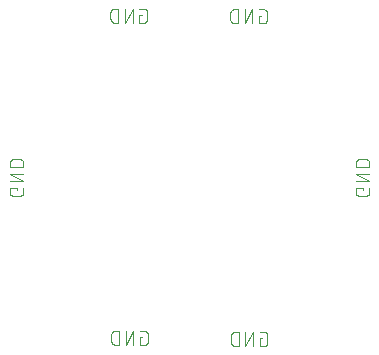
<source format=gbr>
G04 EAGLE Gerber X2 export*
%TF.Part,Single*%
%TF.FileFunction,Legend,Bot,1*%
%TF.FilePolarity,Positive*%
%TF.GenerationSoftware,Autodesk,EAGLE,8.7.1*%
%TF.CreationDate,2018-07-15T20:23:54Z*%
G75*
%MOMM*%
%FSLAX34Y34*%
%LPD*%
%AMOC8*
5,1,8,0,0,1.08239X$1,22.5*%
G01*
%ADD10C,0.101600*%


D10*
X407088Y483217D02*
X405140Y483217D01*
X405140Y476726D01*
X409035Y476726D01*
X409134Y476728D01*
X409234Y476734D01*
X409333Y476743D01*
X409431Y476756D01*
X409529Y476773D01*
X409627Y476794D01*
X409723Y476819D01*
X409818Y476847D01*
X409912Y476879D01*
X410005Y476914D01*
X410097Y476953D01*
X410187Y476996D01*
X410275Y477041D01*
X410362Y477091D01*
X410446Y477143D01*
X410529Y477199D01*
X410609Y477257D01*
X410687Y477319D01*
X410762Y477384D01*
X410835Y477452D01*
X410905Y477522D01*
X410973Y477595D01*
X411038Y477670D01*
X411100Y477748D01*
X411158Y477828D01*
X411214Y477911D01*
X411266Y477995D01*
X411316Y478082D01*
X411361Y478170D01*
X411404Y478260D01*
X411443Y478352D01*
X411478Y478445D01*
X411510Y478539D01*
X411538Y478634D01*
X411563Y478730D01*
X411584Y478828D01*
X411601Y478926D01*
X411614Y479024D01*
X411623Y479123D01*
X411629Y479223D01*
X411631Y479322D01*
X411632Y479322D02*
X411632Y485814D01*
X411631Y485814D02*
X411629Y485913D01*
X411623Y486013D01*
X411614Y486112D01*
X411601Y486210D01*
X411584Y486308D01*
X411563Y486406D01*
X411538Y486502D01*
X411510Y486597D01*
X411478Y486691D01*
X411443Y486784D01*
X411404Y486876D01*
X411361Y486966D01*
X411316Y487054D01*
X411266Y487141D01*
X411214Y487225D01*
X411158Y487308D01*
X411100Y487388D01*
X411038Y487466D01*
X410973Y487541D01*
X410905Y487614D01*
X410835Y487684D01*
X410762Y487752D01*
X410687Y487817D01*
X410609Y487879D01*
X410529Y487937D01*
X410446Y487993D01*
X410362Y488045D01*
X410275Y488095D01*
X410187Y488140D01*
X410097Y488183D01*
X410005Y488222D01*
X409912Y488257D01*
X409818Y488289D01*
X409723Y488317D01*
X409627Y488342D01*
X409529Y488363D01*
X409431Y488380D01*
X409333Y488393D01*
X409234Y488402D01*
X409134Y488408D01*
X409035Y488410D01*
X405140Y488410D01*
X399440Y488410D02*
X399440Y476726D01*
X392948Y476726D02*
X399440Y488410D01*
X392948Y488410D02*
X392948Y476726D01*
X387248Y476726D02*
X387248Y488410D01*
X384002Y488410D01*
X383889Y488408D01*
X383776Y488402D01*
X383663Y488392D01*
X383550Y488378D01*
X383438Y488361D01*
X383327Y488339D01*
X383217Y488314D01*
X383107Y488284D01*
X382999Y488251D01*
X382892Y488214D01*
X382786Y488174D01*
X382682Y488129D01*
X382579Y488081D01*
X382478Y488030D01*
X382379Y487975D01*
X382282Y487917D01*
X382187Y487855D01*
X382094Y487790D01*
X382004Y487722D01*
X381916Y487651D01*
X381830Y487576D01*
X381747Y487499D01*
X381667Y487419D01*
X381590Y487336D01*
X381515Y487250D01*
X381444Y487162D01*
X381376Y487072D01*
X381311Y486979D01*
X381249Y486884D01*
X381191Y486787D01*
X381136Y486688D01*
X381085Y486587D01*
X381037Y486484D01*
X380992Y486380D01*
X380952Y486274D01*
X380915Y486167D01*
X380882Y486059D01*
X380852Y485949D01*
X380827Y485839D01*
X380805Y485728D01*
X380788Y485616D01*
X380774Y485503D01*
X380764Y485390D01*
X380758Y485277D01*
X380756Y485164D01*
X380756Y479972D01*
X380758Y479859D01*
X380764Y479746D01*
X380774Y479633D01*
X380788Y479520D01*
X380805Y479408D01*
X380827Y479297D01*
X380852Y479187D01*
X380882Y479077D01*
X380915Y478969D01*
X380952Y478862D01*
X380992Y478756D01*
X381037Y478652D01*
X381085Y478549D01*
X381136Y478448D01*
X381191Y478349D01*
X381249Y478252D01*
X381311Y478157D01*
X381376Y478064D01*
X381444Y477974D01*
X381515Y477886D01*
X381590Y477800D01*
X381667Y477717D01*
X381747Y477637D01*
X381830Y477560D01*
X381916Y477485D01*
X382004Y477414D01*
X382094Y477346D01*
X382187Y477281D01*
X382282Y477219D01*
X382379Y477161D01*
X382478Y477106D01*
X382579Y477055D01*
X382682Y477007D01*
X382786Y476962D01*
X382892Y476922D01*
X382999Y476885D01*
X383107Y476852D01*
X383217Y476822D01*
X383327Y476797D01*
X383438Y476775D01*
X383550Y476758D01*
X383663Y476744D01*
X383776Y476734D01*
X383889Y476728D01*
X384002Y476726D01*
X387248Y476726D01*
X493319Y337254D02*
X493319Y335306D01*
X493319Y337254D02*
X486828Y337254D01*
X486828Y333359D01*
X486830Y333260D01*
X486836Y333160D01*
X486845Y333061D01*
X486858Y332963D01*
X486875Y332865D01*
X486896Y332767D01*
X486921Y332671D01*
X486949Y332576D01*
X486981Y332482D01*
X487016Y332389D01*
X487055Y332297D01*
X487098Y332207D01*
X487143Y332119D01*
X487193Y332032D01*
X487245Y331948D01*
X487301Y331865D01*
X487359Y331785D01*
X487421Y331707D01*
X487486Y331632D01*
X487554Y331559D01*
X487624Y331489D01*
X487697Y331421D01*
X487772Y331356D01*
X487850Y331294D01*
X487930Y331236D01*
X488013Y331180D01*
X488097Y331128D01*
X488184Y331078D01*
X488272Y331033D01*
X488362Y330990D01*
X488454Y330951D01*
X488547Y330916D01*
X488641Y330884D01*
X488736Y330856D01*
X488832Y330831D01*
X488930Y330810D01*
X489028Y330793D01*
X489126Y330780D01*
X489225Y330771D01*
X489325Y330765D01*
X489424Y330763D01*
X495916Y330763D01*
X496015Y330765D01*
X496115Y330771D01*
X496214Y330780D01*
X496312Y330793D01*
X496410Y330810D01*
X496508Y330831D01*
X496604Y330856D01*
X496699Y330884D01*
X496793Y330916D01*
X496886Y330951D01*
X496978Y330990D01*
X497068Y331033D01*
X497156Y331078D01*
X497243Y331128D01*
X497327Y331180D01*
X497410Y331236D01*
X497490Y331294D01*
X497568Y331356D01*
X497643Y331421D01*
X497716Y331489D01*
X497786Y331559D01*
X497854Y331632D01*
X497919Y331707D01*
X497981Y331785D01*
X498039Y331865D01*
X498095Y331948D01*
X498147Y332032D01*
X498197Y332119D01*
X498242Y332207D01*
X498285Y332297D01*
X498324Y332389D01*
X498359Y332481D01*
X498391Y332576D01*
X498419Y332671D01*
X498444Y332767D01*
X498465Y332865D01*
X498482Y332963D01*
X498495Y333061D01*
X498504Y333160D01*
X498510Y333260D01*
X498512Y333359D01*
X498512Y337254D01*
X498512Y342954D02*
X486828Y342954D01*
X486828Y349446D02*
X498512Y342954D01*
X498512Y349446D02*
X486828Y349446D01*
X486828Y355146D02*
X498512Y355146D01*
X498512Y358392D01*
X498510Y358505D01*
X498504Y358618D01*
X498494Y358731D01*
X498480Y358844D01*
X498463Y358956D01*
X498441Y359067D01*
X498416Y359177D01*
X498386Y359287D01*
X498353Y359395D01*
X498316Y359502D01*
X498276Y359608D01*
X498231Y359712D01*
X498183Y359815D01*
X498132Y359916D01*
X498077Y360015D01*
X498019Y360112D01*
X497957Y360207D01*
X497892Y360300D01*
X497824Y360390D01*
X497753Y360478D01*
X497678Y360564D01*
X497601Y360647D01*
X497521Y360727D01*
X497438Y360804D01*
X497352Y360879D01*
X497264Y360950D01*
X497174Y361018D01*
X497081Y361083D01*
X496986Y361145D01*
X496889Y361203D01*
X496790Y361258D01*
X496689Y361309D01*
X496586Y361357D01*
X496482Y361402D01*
X496376Y361442D01*
X496269Y361479D01*
X496161Y361512D01*
X496051Y361542D01*
X495941Y361567D01*
X495830Y361589D01*
X495718Y361606D01*
X495605Y361620D01*
X495492Y361630D01*
X495379Y361636D01*
X495266Y361638D01*
X490074Y361638D01*
X489961Y361636D01*
X489848Y361630D01*
X489735Y361620D01*
X489622Y361606D01*
X489510Y361589D01*
X489399Y361567D01*
X489289Y361542D01*
X489179Y361512D01*
X489071Y361479D01*
X488964Y361442D01*
X488858Y361402D01*
X488754Y361357D01*
X488651Y361309D01*
X488550Y361258D01*
X488451Y361203D01*
X488354Y361145D01*
X488259Y361083D01*
X488166Y361018D01*
X488076Y360950D01*
X487988Y360879D01*
X487902Y360804D01*
X487819Y360727D01*
X487739Y360647D01*
X487662Y360564D01*
X487587Y360478D01*
X487516Y360390D01*
X487448Y360300D01*
X487383Y360207D01*
X487321Y360112D01*
X487263Y360015D01*
X487208Y359916D01*
X487157Y359815D01*
X487109Y359712D01*
X487064Y359608D01*
X487024Y359502D01*
X486987Y359395D01*
X486954Y359287D01*
X486924Y359177D01*
X486899Y359067D01*
X486877Y358956D01*
X486860Y358844D01*
X486846Y358731D01*
X486836Y358618D01*
X486830Y358505D01*
X486828Y358392D01*
X486828Y355146D01*
X407596Y209973D02*
X405648Y209973D01*
X405648Y203482D01*
X409543Y203482D01*
X409642Y203484D01*
X409742Y203490D01*
X409841Y203499D01*
X409939Y203512D01*
X410037Y203529D01*
X410135Y203550D01*
X410231Y203575D01*
X410326Y203603D01*
X410420Y203635D01*
X410513Y203670D01*
X410605Y203709D01*
X410695Y203752D01*
X410783Y203797D01*
X410870Y203847D01*
X410954Y203899D01*
X411037Y203955D01*
X411117Y204013D01*
X411195Y204075D01*
X411270Y204140D01*
X411343Y204208D01*
X411413Y204278D01*
X411481Y204351D01*
X411546Y204426D01*
X411608Y204504D01*
X411666Y204584D01*
X411722Y204667D01*
X411774Y204751D01*
X411824Y204838D01*
X411869Y204926D01*
X411912Y205016D01*
X411951Y205108D01*
X411986Y205201D01*
X412018Y205295D01*
X412046Y205390D01*
X412071Y205486D01*
X412092Y205584D01*
X412109Y205682D01*
X412122Y205780D01*
X412131Y205879D01*
X412137Y205979D01*
X412139Y206078D01*
X412140Y206078D02*
X412140Y212570D01*
X412139Y212570D02*
X412137Y212669D01*
X412131Y212769D01*
X412122Y212868D01*
X412109Y212966D01*
X412092Y213064D01*
X412071Y213162D01*
X412046Y213258D01*
X412018Y213353D01*
X411986Y213447D01*
X411951Y213540D01*
X411912Y213632D01*
X411869Y213722D01*
X411824Y213810D01*
X411774Y213897D01*
X411722Y213981D01*
X411666Y214064D01*
X411608Y214144D01*
X411546Y214222D01*
X411481Y214297D01*
X411413Y214370D01*
X411343Y214440D01*
X411270Y214508D01*
X411195Y214573D01*
X411117Y214635D01*
X411037Y214693D01*
X410954Y214749D01*
X410870Y214801D01*
X410783Y214851D01*
X410695Y214896D01*
X410605Y214939D01*
X410513Y214978D01*
X410420Y215013D01*
X410326Y215045D01*
X410231Y215073D01*
X410135Y215098D01*
X410037Y215119D01*
X409939Y215136D01*
X409841Y215149D01*
X409742Y215158D01*
X409642Y215164D01*
X409543Y215166D01*
X405648Y215166D01*
X399948Y215166D02*
X399948Y203482D01*
X393456Y203482D02*
X399948Y215166D01*
X393456Y215166D02*
X393456Y203482D01*
X387756Y203482D02*
X387756Y215166D01*
X384510Y215166D01*
X384397Y215164D01*
X384284Y215158D01*
X384171Y215148D01*
X384058Y215134D01*
X383946Y215117D01*
X383835Y215095D01*
X383725Y215070D01*
X383615Y215040D01*
X383507Y215007D01*
X383400Y214970D01*
X383294Y214930D01*
X383190Y214885D01*
X383087Y214837D01*
X382986Y214786D01*
X382887Y214731D01*
X382790Y214673D01*
X382695Y214611D01*
X382602Y214546D01*
X382512Y214478D01*
X382424Y214407D01*
X382338Y214332D01*
X382255Y214255D01*
X382175Y214175D01*
X382098Y214092D01*
X382023Y214006D01*
X381952Y213918D01*
X381884Y213828D01*
X381819Y213735D01*
X381757Y213640D01*
X381699Y213543D01*
X381644Y213444D01*
X381593Y213343D01*
X381545Y213240D01*
X381500Y213136D01*
X381460Y213030D01*
X381423Y212923D01*
X381390Y212815D01*
X381360Y212705D01*
X381335Y212595D01*
X381313Y212484D01*
X381296Y212372D01*
X381282Y212259D01*
X381272Y212146D01*
X381266Y212033D01*
X381264Y211920D01*
X381264Y206728D01*
X381266Y206615D01*
X381272Y206502D01*
X381282Y206389D01*
X381296Y206276D01*
X381313Y206164D01*
X381335Y206053D01*
X381360Y205943D01*
X381390Y205833D01*
X381423Y205725D01*
X381460Y205618D01*
X381500Y205512D01*
X381545Y205408D01*
X381593Y205305D01*
X381644Y205204D01*
X381699Y205105D01*
X381757Y205008D01*
X381819Y204913D01*
X381884Y204820D01*
X381952Y204730D01*
X382023Y204642D01*
X382098Y204556D01*
X382175Y204473D01*
X382255Y204393D01*
X382338Y204316D01*
X382424Y204241D01*
X382512Y204170D01*
X382602Y204102D01*
X382695Y204037D01*
X382790Y203975D01*
X382887Y203917D01*
X382986Y203862D01*
X383087Y203811D01*
X383190Y203763D01*
X383294Y203718D01*
X383400Y203678D01*
X383507Y203641D01*
X383615Y203608D01*
X383725Y203578D01*
X383835Y203553D01*
X383946Y203531D01*
X384058Y203514D01*
X384171Y203500D01*
X384284Y203490D01*
X384397Y203484D01*
X384510Y203482D01*
X387756Y203482D01*
X200379Y335306D02*
X200379Y337254D01*
X193888Y337254D01*
X193888Y333359D01*
X193890Y333260D01*
X193896Y333160D01*
X193905Y333061D01*
X193918Y332963D01*
X193935Y332865D01*
X193956Y332767D01*
X193981Y332671D01*
X194009Y332576D01*
X194041Y332482D01*
X194076Y332389D01*
X194115Y332297D01*
X194158Y332207D01*
X194203Y332119D01*
X194253Y332032D01*
X194305Y331948D01*
X194361Y331865D01*
X194419Y331785D01*
X194481Y331707D01*
X194546Y331632D01*
X194614Y331559D01*
X194684Y331489D01*
X194757Y331421D01*
X194832Y331356D01*
X194910Y331294D01*
X194990Y331236D01*
X195073Y331180D01*
X195157Y331128D01*
X195244Y331078D01*
X195332Y331033D01*
X195422Y330990D01*
X195514Y330951D01*
X195607Y330916D01*
X195701Y330884D01*
X195796Y330856D01*
X195892Y330831D01*
X195990Y330810D01*
X196088Y330793D01*
X196186Y330780D01*
X196285Y330771D01*
X196385Y330765D01*
X196484Y330763D01*
X202976Y330763D01*
X203075Y330765D01*
X203175Y330771D01*
X203274Y330780D01*
X203372Y330793D01*
X203470Y330810D01*
X203568Y330831D01*
X203664Y330856D01*
X203759Y330884D01*
X203853Y330916D01*
X203946Y330951D01*
X204038Y330990D01*
X204128Y331033D01*
X204216Y331078D01*
X204303Y331128D01*
X204387Y331180D01*
X204470Y331236D01*
X204550Y331294D01*
X204628Y331356D01*
X204703Y331421D01*
X204776Y331489D01*
X204846Y331559D01*
X204914Y331632D01*
X204979Y331707D01*
X205041Y331785D01*
X205099Y331865D01*
X205155Y331948D01*
X205207Y332032D01*
X205257Y332119D01*
X205302Y332207D01*
X205345Y332297D01*
X205384Y332389D01*
X205419Y332481D01*
X205451Y332576D01*
X205479Y332671D01*
X205504Y332767D01*
X205525Y332865D01*
X205542Y332963D01*
X205555Y333061D01*
X205564Y333160D01*
X205570Y333260D01*
X205572Y333359D01*
X205572Y337254D01*
X205572Y342954D02*
X193888Y342954D01*
X193888Y349446D02*
X205572Y342954D01*
X205572Y349446D02*
X193888Y349446D01*
X193888Y355146D02*
X205572Y355146D01*
X205572Y358392D01*
X205570Y358505D01*
X205564Y358618D01*
X205554Y358731D01*
X205540Y358844D01*
X205523Y358956D01*
X205501Y359067D01*
X205476Y359177D01*
X205446Y359287D01*
X205413Y359395D01*
X205376Y359502D01*
X205336Y359608D01*
X205291Y359712D01*
X205243Y359815D01*
X205192Y359916D01*
X205137Y360015D01*
X205079Y360112D01*
X205017Y360207D01*
X204952Y360300D01*
X204884Y360390D01*
X204813Y360478D01*
X204738Y360564D01*
X204661Y360647D01*
X204581Y360727D01*
X204498Y360804D01*
X204412Y360879D01*
X204324Y360950D01*
X204234Y361018D01*
X204141Y361083D01*
X204046Y361145D01*
X203949Y361203D01*
X203850Y361258D01*
X203749Y361309D01*
X203646Y361357D01*
X203542Y361402D01*
X203436Y361442D01*
X203329Y361479D01*
X203221Y361512D01*
X203111Y361542D01*
X203001Y361567D01*
X202890Y361589D01*
X202778Y361606D01*
X202665Y361620D01*
X202552Y361630D01*
X202439Y361636D01*
X202326Y361638D01*
X197134Y361638D01*
X197021Y361636D01*
X196908Y361630D01*
X196795Y361620D01*
X196682Y361606D01*
X196570Y361589D01*
X196459Y361567D01*
X196349Y361542D01*
X196239Y361512D01*
X196131Y361479D01*
X196024Y361442D01*
X195918Y361402D01*
X195814Y361357D01*
X195711Y361309D01*
X195610Y361258D01*
X195511Y361203D01*
X195414Y361145D01*
X195319Y361083D01*
X195226Y361018D01*
X195136Y360950D01*
X195048Y360879D01*
X194962Y360804D01*
X194879Y360727D01*
X194799Y360647D01*
X194722Y360564D01*
X194647Y360478D01*
X194576Y360390D01*
X194508Y360300D01*
X194443Y360207D01*
X194381Y360112D01*
X194323Y360015D01*
X194268Y359916D01*
X194217Y359815D01*
X194169Y359712D01*
X194124Y359608D01*
X194084Y359502D01*
X194047Y359395D01*
X194014Y359287D01*
X193984Y359177D01*
X193959Y359067D01*
X193937Y358956D01*
X193920Y358844D01*
X193906Y358731D01*
X193896Y358618D01*
X193890Y358505D01*
X193888Y358392D01*
X193888Y355146D01*
X303628Y483725D02*
X305576Y483725D01*
X303628Y483725D02*
X303628Y477234D01*
X307523Y477234D01*
X307622Y477236D01*
X307722Y477242D01*
X307821Y477251D01*
X307919Y477264D01*
X308017Y477281D01*
X308115Y477302D01*
X308211Y477327D01*
X308306Y477355D01*
X308400Y477387D01*
X308493Y477422D01*
X308585Y477461D01*
X308675Y477504D01*
X308763Y477549D01*
X308850Y477599D01*
X308934Y477651D01*
X309017Y477707D01*
X309097Y477765D01*
X309175Y477827D01*
X309250Y477892D01*
X309323Y477960D01*
X309393Y478030D01*
X309461Y478103D01*
X309526Y478178D01*
X309588Y478256D01*
X309646Y478336D01*
X309702Y478419D01*
X309754Y478503D01*
X309804Y478590D01*
X309849Y478678D01*
X309892Y478768D01*
X309931Y478860D01*
X309966Y478953D01*
X309998Y479047D01*
X310026Y479142D01*
X310051Y479238D01*
X310072Y479336D01*
X310089Y479434D01*
X310102Y479532D01*
X310111Y479631D01*
X310117Y479731D01*
X310119Y479830D01*
X310120Y479830D02*
X310120Y486322D01*
X310119Y486322D02*
X310117Y486421D01*
X310111Y486521D01*
X310102Y486620D01*
X310089Y486718D01*
X310072Y486816D01*
X310051Y486914D01*
X310026Y487010D01*
X309998Y487105D01*
X309966Y487199D01*
X309931Y487292D01*
X309892Y487384D01*
X309849Y487474D01*
X309804Y487562D01*
X309754Y487649D01*
X309702Y487733D01*
X309646Y487816D01*
X309588Y487896D01*
X309526Y487974D01*
X309461Y488049D01*
X309393Y488122D01*
X309323Y488192D01*
X309250Y488260D01*
X309175Y488325D01*
X309097Y488387D01*
X309017Y488445D01*
X308934Y488501D01*
X308850Y488553D01*
X308763Y488603D01*
X308675Y488648D01*
X308585Y488691D01*
X308493Y488730D01*
X308400Y488765D01*
X308306Y488797D01*
X308211Y488825D01*
X308115Y488850D01*
X308017Y488871D01*
X307919Y488888D01*
X307821Y488901D01*
X307722Y488910D01*
X307622Y488916D01*
X307523Y488918D01*
X303628Y488918D01*
X297928Y488918D02*
X297928Y477234D01*
X291436Y477234D02*
X297928Y488918D01*
X291436Y488918D02*
X291436Y477234D01*
X285736Y477234D02*
X285736Y488918D01*
X282490Y488918D01*
X282377Y488916D01*
X282264Y488910D01*
X282151Y488900D01*
X282038Y488886D01*
X281926Y488869D01*
X281815Y488847D01*
X281705Y488822D01*
X281595Y488792D01*
X281487Y488759D01*
X281380Y488722D01*
X281274Y488682D01*
X281170Y488637D01*
X281067Y488589D01*
X280966Y488538D01*
X280867Y488483D01*
X280770Y488425D01*
X280675Y488363D01*
X280582Y488298D01*
X280492Y488230D01*
X280404Y488159D01*
X280318Y488084D01*
X280235Y488007D01*
X280155Y487927D01*
X280078Y487844D01*
X280003Y487758D01*
X279932Y487670D01*
X279864Y487580D01*
X279799Y487487D01*
X279737Y487392D01*
X279679Y487295D01*
X279624Y487196D01*
X279573Y487095D01*
X279525Y486992D01*
X279480Y486888D01*
X279440Y486782D01*
X279403Y486675D01*
X279370Y486567D01*
X279340Y486457D01*
X279315Y486347D01*
X279293Y486236D01*
X279276Y486124D01*
X279262Y486011D01*
X279252Y485898D01*
X279246Y485785D01*
X279244Y485672D01*
X279244Y480480D01*
X279246Y480367D01*
X279252Y480254D01*
X279262Y480141D01*
X279276Y480028D01*
X279293Y479916D01*
X279315Y479805D01*
X279340Y479695D01*
X279370Y479585D01*
X279403Y479477D01*
X279440Y479370D01*
X279480Y479264D01*
X279525Y479160D01*
X279573Y479057D01*
X279624Y478956D01*
X279679Y478857D01*
X279737Y478760D01*
X279799Y478665D01*
X279864Y478572D01*
X279932Y478482D01*
X280003Y478394D01*
X280078Y478308D01*
X280155Y478225D01*
X280235Y478145D01*
X280318Y478068D01*
X280404Y477993D01*
X280492Y477922D01*
X280582Y477854D01*
X280675Y477789D01*
X280770Y477727D01*
X280867Y477669D01*
X280966Y477614D01*
X281067Y477563D01*
X281170Y477515D01*
X281274Y477470D01*
X281380Y477430D01*
X281487Y477393D01*
X281595Y477360D01*
X281705Y477330D01*
X281815Y477305D01*
X281926Y477283D01*
X282038Y477266D01*
X282151Y477252D01*
X282264Y477242D01*
X282377Y477236D01*
X282490Y477234D01*
X285736Y477234D01*
X304302Y210929D02*
X306250Y210929D01*
X304302Y210929D02*
X304302Y204438D01*
X308197Y204438D01*
X308296Y204440D01*
X308396Y204446D01*
X308495Y204455D01*
X308593Y204468D01*
X308691Y204485D01*
X308789Y204506D01*
X308885Y204531D01*
X308980Y204559D01*
X309074Y204591D01*
X309167Y204626D01*
X309259Y204665D01*
X309349Y204708D01*
X309437Y204753D01*
X309524Y204803D01*
X309608Y204855D01*
X309691Y204911D01*
X309771Y204969D01*
X309849Y205031D01*
X309924Y205096D01*
X309997Y205164D01*
X310067Y205234D01*
X310135Y205307D01*
X310200Y205382D01*
X310262Y205460D01*
X310320Y205540D01*
X310376Y205623D01*
X310428Y205707D01*
X310478Y205794D01*
X310523Y205882D01*
X310566Y205972D01*
X310605Y206064D01*
X310640Y206157D01*
X310672Y206251D01*
X310700Y206346D01*
X310725Y206442D01*
X310746Y206540D01*
X310763Y206638D01*
X310776Y206736D01*
X310785Y206835D01*
X310791Y206935D01*
X310793Y207034D01*
X310794Y207034D02*
X310794Y213526D01*
X310793Y213526D02*
X310791Y213625D01*
X310785Y213725D01*
X310776Y213824D01*
X310763Y213922D01*
X310746Y214020D01*
X310725Y214118D01*
X310700Y214214D01*
X310672Y214309D01*
X310640Y214403D01*
X310605Y214496D01*
X310566Y214588D01*
X310523Y214678D01*
X310478Y214766D01*
X310428Y214853D01*
X310376Y214937D01*
X310320Y215020D01*
X310262Y215100D01*
X310200Y215178D01*
X310135Y215253D01*
X310067Y215326D01*
X309997Y215396D01*
X309924Y215464D01*
X309849Y215529D01*
X309771Y215591D01*
X309691Y215649D01*
X309608Y215705D01*
X309524Y215757D01*
X309437Y215807D01*
X309349Y215852D01*
X309259Y215895D01*
X309167Y215934D01*
X309074Y215969D01*
X308980Y216001D01*
X308885Y216029D01*
X308789Y216054D01*
X308691Y216075D01*
X308593Y216092D01*
X308495Y216105D01*
X308396Y216114D01*
X308296Y216120D01*
X308197Y216122D01*
X304302Y216122D01*
X298602Y216122D02*
X298602Y204438D01*
X292110Y204438D02*
X298602Y216122D01*
X292110Y216122D02*
X292110Y204438D01*
X286410Y204438D02*
X286410Y216122D01*
X283164Y216122D01*
X283051Y216120D01*
X282938Y216114D01*
X282825Y216104D01*
X282712Y216090D01*
X282600Y216073D01*
X282489Y216051D01*
X282379Y216026D01*
X282269Y215996D01*
X282161Y215963D01*
X282054Y215926D01*
X281948Y215886D01*
X281844Y215841D01*
X281741Y215793D01*
X281640Y215742D01*
X281541Y215687D01*
X281444Y215629D01*
X281349Y215567D01*
X281256Y215502D01*
X281166Y215434D01*
X281078Y215363D01*
X280992Y215288D01*
X280909Y215211D01*
X280829Y215131D01*
X280752Y215048D01*
X280677Y214962D01*
X280606Y214874D01*
X280538Y214784D01*
X280473Y214691D01*
X280411Y214596D01*
X280353Y214499D01*
X280298Y214400D01*
X280247Y214299D01*
X280199Y214196D01*
X280154Y214092D01*
X280114Y213986D01*
X280077Y213879D01*
X280044Y213771D01*
X280014Y213661D01*
X279989Y213551D01*
X279967Y213440D01*
X279950Y213328D01*
X279936Y213215D01*
X279926Y213102D01*
X279920Y212989D01*
X279918Y212876D01*
X279918Y207684D01*
X279920Y207571D01*
X279926Y207458D01*
X279936Y207345D01*
X279950Y207232D01*
X279967Y207120D01*
X279989Y207009D01*
X280014Y206899D01*
X280044Y206789D01*
X280077Y206681D01*
X280114Y206574D01*
X280154Y206468D01*
X280199Y206364D01*
X280247Y206261D01*
X280298Y206160D01*
X280353Y206061D01*
X280411Y205964D01*
X280473Y205869D01*
X280538Y205776D01*
X280606Y205686D01*
X280677Y205598D01*
X280752Y205512D01*
X280829Y205429D01*
X280909Y205349D01*
X280992Y205272D01*
X281078Y205197D01*
X281166Y205126D01*
X281256Y205058D01*
X281349Y204993D01*
X281444Y204931D01*
X281541Y204873D01*
X281640Y204818D01*
X281741Y204767D01*
X281844Y204719D01*
X281948Y204674D01*
X282054Y204634D01*
X282161Y204597D01*
X282269Y204564D01*
X282379Y204534D01*
X282489Y204509D01*
X282600Y204487D01*
X282712Y204470D01*
X282825Y204456D01*
X282938Y204446D01*
X283051Y204440D01*
X283164Y204438D01*
X286410Y204438D01*
M02*

</source>
